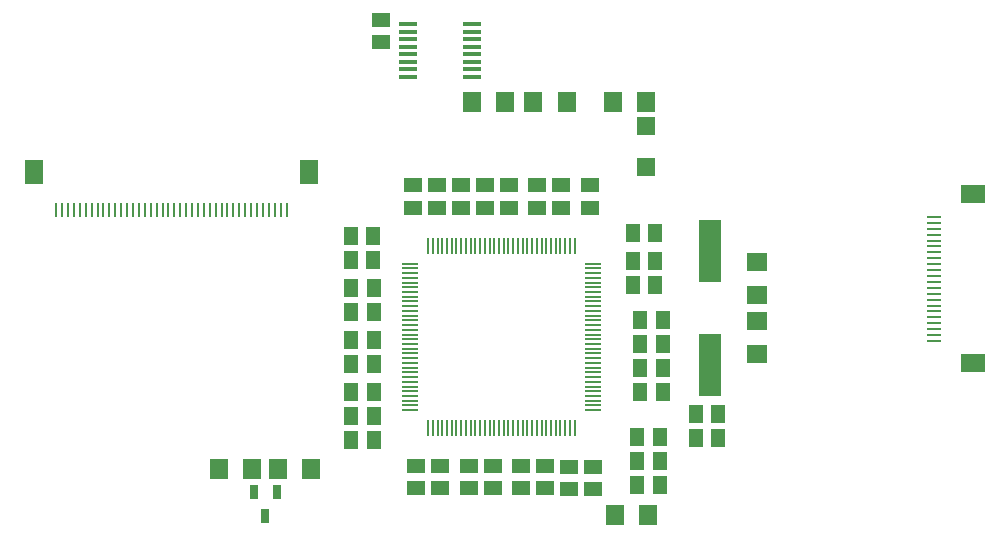
<source format=gbr>
G04 EAGLE Gerber RS-274X export*
G75*
%MOMM*%
%FSLAX34Y34*%
%LPD*%
%INSolderpaste Top*%
%IPPOS*%
%AMOC8*
5,1,8,0,0,1.08239X$1,22.5*%
G01*
%ADD10R,1.600000X1.800000*%
%ADD11R,1.300000X1.500000*%
%ADD12R,1.800000X1.600000*%
%ADD13R,0.250000X1.250000*%
%ADD14R,1.650000X2.050000*%
%ADD15R,1.600000X1.803000*%
%ADD16R,1.475000X0.200000*%
%ADD17R,0.200000X1.475000*%
%ADD18R,0.650000X1.250000*%
%ADD19R,1.500000X1.300000*%
%ADD20R,1.930400X5.334000*%
%ADD21R,1.500000X1.500000*%
%ADD22R,1.250000X0.250000*%
%ADD23R,2.050000X1.650000*%
%ADD24R,1.520000X0.440000*%


D10*
X585967Y396494D03*
X613967Y396494D03*
X563929Y396494D03*
X535929Y396494D03*
D11*
X911810Y482092D03*
X892810Y482092D03*
D12*
X991508Y571530D03*
X991508Y543530D03*
X991508Y493492D03*
X991508Y521492D03*
D13*
X593200Y615200D03*
X588200Y615200D03*
X583200Y615200D03*
X578200Y615200D03*
X573200Y615200D03*
X568200Y615200D03*
X563200Y615200D03*
X558200Y615200D03*
X553200Y615200D03*
X548200Y615200D03*
X543200Y615200D03*
X538200Y615200D03*
X533200Y615200D03*
X528200Y615200D03*
X523200Y615200D03*
X518200Y615200D03*
X513200Y615200D03*
X508200Y615200D03*
X503200Y615200D03*
X498200Y615200D03*
X493200Y615200D03*
X488200Y615200D03*
X483200Y615200D03*
X478200Y615200D03*
X473200Y615200D03*
X468200Y615200D03*
X463200Y615200D03*
X458200Y615200D03*
X453200Y615200D03*
X448200Y615200D03*
X443200Y615200D03*
X438200Y615200D03*
X433200Y615200D03*
X428200Y615200D03*
X423200Y615200D03*
X418200Y615200D03*
X413200Y615200D03*
X408200Y615200D03*
X403200Y615200D03*
X398200Y615200D03*
D14*
X379200Y647700D03*
X612200Y647700D03*
D15*
X897981Y707097D03*
X869541Y707097D03*
X899556Y357632D03*
X871116Y357632D03*
D11*
X911810Y522732D03*
X892810Y522732D03*
D16*
X852480Y446000D03*
X852480Y450000D03*
X852480Y454000D03*
X852480Y458000D03*
X852480Y462000D03*
X852480Y466000D03*
X852480Y470000D03*
X852480Y474000D03*
X852480Y478000D03*
X852480Y482000D03*
X852480Y486000D03*
X852480Y490000D03*
X852480Y494000D03*
X852480Y498000D03*
X852480Y502000D03*
X852480Y506000D03*
X852480Y510000D03*
X852480Y514000D03*
X852480Y518000D03*
X852480Y522000D03*
X852480Y526000D03*
X852480Y530000D03*
X852480Y534000D03*
X852480Y538000D03*
X852480Y542000D03*
X852480Y546000D03*
X852480Y550000D03*
X852480Y554000D03*
X852480Y558000D03*
X852480Y562000D03*
X852480Y566000D03*
X852480Y570000D03*
D17*
X837100Y585380D03*
X833100Y585380D03*
X829100Y585380D03*
X825100Y585380D03*
X821100Y585380D03*
X817100Y585380D03*
X813100Y585380D03*
X809100Y585380D03*
X805100Y585380D03*
X801100Y585380D03*
X797100Y585380D03*
X793100Y585380D03*
X789100Y585380D03*
X785100Y585380D03*
X781100Y585380D03*
X777100Y585380D03*
X773100Y585380D03*
X769100Y585380D03*
X765100Y585380D03*
X761100Y585380D03*
X757100Y585380D03*
X753100Y585380D03*
X749100Y585380D03*
X745100Y585380D03*
X741100Y585380D03*
X737100Y585380D03*
X733100Y585380D03*
X729100Y585380D03*
X725100Y585380D03*
X721100Y585380D03*
X717100Y585380D03*
X713100Y585380D03*
D16*
X697720Y570000D03*
X697720Y566000D03*
X697720Y562000D03*
X697720Y558000D03*
X697720Y554000D03*
X697720Y550000D03*
X697720Y546000D03*
X697720Y542000D03*
X697720Y538000D03*
X697720Y534000D03*
X697720Y530000D03*
X697720Y526000D03*
X697720Y522000D03*
X697720Y518000D03*
X697720Y514000D03*
X697720Y510000D03*
X697720Y506000D03*
X697720Y502000D03*
X697720Y498000D03*
X697720Y494000D03*
X697720Y490000D03*
X697720Y486000D03*
X697720Y482000D03*
X697720Y478000D03*
X697720Y474000D03*
X697720Y470000D03*
X697720Y466000D03*
X697720Y462000D03*
X697720Y458000D03*
X697720Y454000D03*
X697720Y450000D03*
X697720Y446000D03*
D17*
X713100Y430620D03*
X717100Y430620D03*
X721100Y430620D03*
X725100Y430620D03*
X729100Y430620D03*
X733100Y430620D03*
X737100Y430620D03*
X741100Y430620D03*
X745100Y430620D03*
X749100Y430620D03*
X753100Y430620D03*
X757100Y430620D03*
X761100Y430620D03*
X765100Y430620D03*
X769100Y430620D03*
X773100Y430620D03*
X777100Y430620D03*
X781100Y430620D03*
X785100Y430620D03*
X789100Y430620D03*
X793100Y430620D03*
X797100Y430620D03*
X801100Y430620D03*
X805100Y430620D03*
X809100Y430620D03*
X813100Y430620D03*
X817100Y430620D03*
X821100Y430620D03*
X825100Y430620D03*
X829100Y430620D03*
X833100Y430620D03*
X837100Y430620D03*
D18*
X584829Y377022D03*
X565829Y377022D03*
X575329Y356022D03*
D19*
X768242Y399136D03*
X768242Y380136D03*
X812438Y399136D03*
X812438Y380136D03*
X853078Y378866D03*
X853078Y397866D03*
D11*
X909314Y382778D03*
X890314Y382778D03*
X890270Y423418D03*
X909270Y423418D03*
X958800Y442468D03*
X939800Y442468D03*
X886250Y551688D03*
X905250Y551688D03*
X892810Y502412D03*
X911810Y502412D03*
D19*
X781704Y617372D03*
X781704Y636372D03*
X720744Y617372D03*
X720744Y636372D03*
X825900Y617372D03*
X825900Y636372D03*
D11*
X886250Y595630D03*
X905250Y595630D03*
X666490Y573151D03*
X647490Y573151D03*
X666998Y528955D03*
X647998Y528955D03*
X666998Y484886D03*
X647998Y484886D03*
X666998Y440690D03*
X647998Y440690D03*
X666998Y420370D03*
X647998Y420370D03*
D19*
X702456Y398882D03*
X702456Y379882D03*
X747922Y399136D03*
X747922Y380136D03*
X792118Y399136D03*
X792118Y380136D03*
X832758Y378866D03*
X832758Y397866D03*
D11*
X890270Y403098D03*
X909270Y403098D03*
X958850Y422148D03*
X939850Y422148D03*
X911854Y461772D03*
X892854Y461772D03*
X886250Y572008D03*
X905250Y572008D03*
D19*
X849776Y617372D03*
X849776Y636372D03*
X805580Y617372D03*
X805580Y636372D03*
X761384Y617372D03*
X761384Y636372D03*
X741064Y617372D03*
X741064Y636372D03*
X700424Y617372D03*
X700424Y636372D03*
D11*
X666490Y593471D03*
X647490Y593471D03*
X666998Y549275D03*
X647998Y549275D03*
X666998Y505206D03*
X647998Y505206D03*
X666998Y461010D03*
X647998Y461010D03*
D19*
X722776Y398882D03*
X722776Y379882D03*
D20*
X951884Y484124D03*
X951884Y580644D03*
D21*
X897938Y651930D03*
X897938Y686930D03*
D22*
X1141500Y504600D03*
X1141500Y509600D03*
X1141500Y514600D03*
X1141500Y519600D03*
X1141500Y524600D03*
X1141500Y529600D03*
X1141500Y534600D03*
X1141500Y539600D03*
X1141500Y544600D03*
X1141500Y549600D03*
X1141500Y554600D03*
X1141500Y559600D03*
X1141500Y564600D03*
X1141500Y569600D03*
X1141500Y574600D03*
X1141500Y579600D03*
X1141500Y584600D03*
X1141500Y589600D03*
X1141500Y594600D03*
X1141500Y599600D03*
X1141500Y604600D03*
X1141500Y609600D03*
D23*
X1174000Y628600D03*
X1174000Y485600D03*
D24*
X695734Y772970D03*
X695734Y766570D03*
X695734Y760170D03*
X695734Y753770D03*
X695734Y747370D03*
X695734Y740970D03*
X695734Y734570D03*
X695734Y728170D03*
X750034Y728170D03*
X750034Y734570D03*
X750034Y740970D03*
X750034Y747370D03*
X750034Y753770D03*
X750034Y760170D03*
X750034Y766570D03*
X750034Y772970D03*
D10*
X778032Y706628D03*
X750032Y706628D03*
D19*
X673608Y757326D03*
X673608Y776326D03*
D15*
X830576Y706628D03*
X802136Y706628D03*
M02*

</source>
